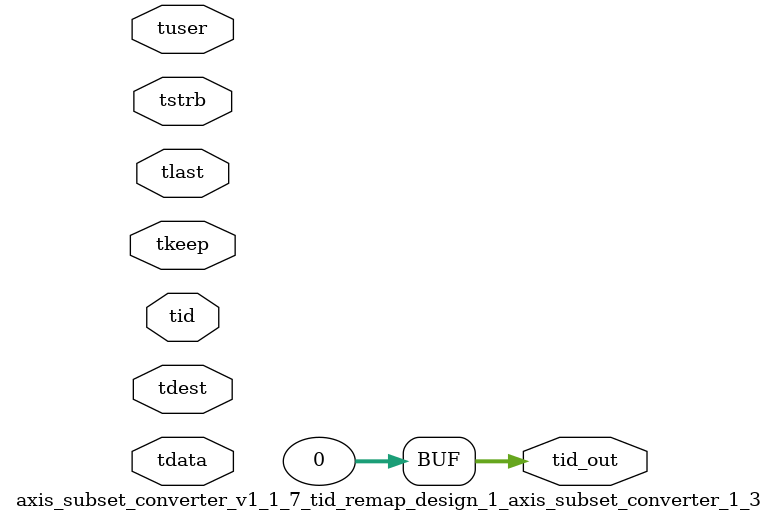
<source format=v>


`timescale 1ps/1ps

module axis_subset_converter_v1_1_7_tid_remap_design_1_axis_subset_converter_1_3 #
(
parameter C_S_AXIS_TID_WIDTH   = 1,
parameter C_S_AXIS_TUSER_WIDTH = 0,
parameter C_S_AXIS_TDATA_WIDTH = 0,
parameter C_S_AXIS_TDEST_WIDTH = 0,
parameter C_M_AXIS_TID_WIDTH   = 32
)
(
input  [(C_S_AXIS_TID_WIDTH   == 0 ? 1 : C_S_AXIS_TID_WIDTH)-1:0       ] tid,
input  [(C_S_AXIS_TDATA_WIDTH == 0 ? 1 : C_S_AXIS_TDATA_WIDTH)-1:0     ] tdata,
input  [(C_S_AXIS_TUSER_WIDTH == 0 ? 1 : C_S_AXIS_TUSER_WIDTH)-1:0     ] tuser,
input  [(C_S_AXIS_TDEST_WIDTH == 0 ? 1 : C_S_AXIS_TDEST_WIDTH)-1:0     ] tdest,
input  [(C_S_AXIS_TDATA_WIDTH/8)-1:0 ] tkeep,
input  [(C_S_AXIS_TDATA_WIDTH/8)-1:0 ] tstrb,
input                                                                    tlast,
output [(C_M_AXIS_TID_WIDTH   == 0 ? 1 : C_M_AXIS_TID_WIDTH)-1:0       ] tid_out
);

assign tid_out = {1'b0};

endmodule


</source>
